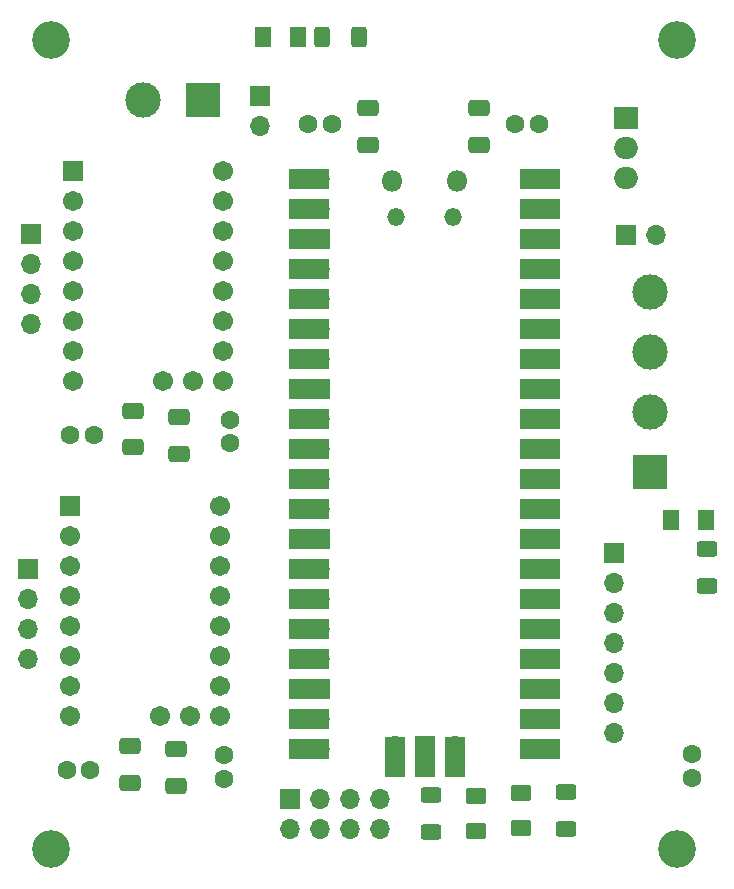
<source format=gbr>
%TF.GenerationSoftware,KiCad,Pcbnew,8.0.5-8.0.5-0~ubuntu24.04.1*%
%TF.CreationDate,2024-10-03T18:51:15+02:00*%
%TF.ProjectId,motor-driver-breakout-v2,6d6f746f-722d-4647-9269-7665722d6272,rev?*%
%TF.SameCoordinates,Original*%
%TF.FileFunction,Soldermask,Top*%
%TF.FilePolarity,Negative*%
%FSLAX46Y46*%
G04 Gerber Fmt 4.6, Leading zero omitted, Abs format (unit mm)*
G04 Created by KiCad (PCBNEW 8.0.5-8.0.5-0~ubuntu24.04.1) date 2024-10-03 18:51:15*
%MOMM*%
%LPD*%
G01*
G04 APERTURE LIST*
G04 Aperture macros list*
%AMRoundRect*
0 Rectangle with rounded corners*
0 $1 Rounding radius*
0 $2 $3 $4 $5 $6 $7 $8 $9 X,Y pos of 4 corners*
0 Add a 4 corners polygon primitive as box body*
4,1,4,$2,$3,$4,$5,$6,$7,$8,$9,$2,$3,0*
0 Add four circle primitives for the rounded corners*
1,1,$1+$1,$2,$3*
1,1,$1+$1,$4,$5*
1,1,$1+$1,$6,$7*
1,1,$1+$1,$8,$9*
0 Add four rect primitives between the rounded corners*
20,1,$1+$1,$2,$3,$4,$5,0*
20,1,$1+$1,$4,$5,$6,$7,0*
20,1,$1+$1,$6,$7,$8,$9,0*
20,1,$1+$1,$8,$9,$2,$3,0*%
G04 Aperture macros list end*
%ADD10C,3.200000*%
%ADD11R,1.700000X1.700000*%
%ADD12O,1.700000X1.700000*%
%ADD13C,1.600000*%
%ADD14C,1.712000*%
%ADD15RoundRect,0.102000X-0.754000X-0.754000X0.754000X-0.754000X0.754000X0.754000X-0.754000X0.754000X0*%
%ADD16RoundRect,0.250000X0.650000X-0.412500X0.650000X0.412500X-0.650000X0.412500X-0.650000X-0.412500X0*%
%ADD17R,2.000000X1.905000*%
%ADD18O,2.000000X1.905000*%
%ADD19RoundRect,0.250000X0.625000X-0.400000X0.625000X0.400000X-0.625000X0.400000X-0.625000X-0.400000X0*%
%ADD20RoundRect,0.250000X-0.650000X0.412500X-0.650000X-0.412500X0.650000X-0.412500X0.650000X0.412500X0*%
%ADD21RoundRect,0.250001X0.624999X-0.462499X0.624999X0.462499X-0.624999X0.462499X-0.624999X-0.462499X0*%
%ADD22RoundRect,0.250000X0.400000X0.625000X-0.400000X0.625000X-0.400000X-0.625000X0.400000X-0.625000X0*%
%ADD23R,3.000000X3.000000*%
%ADD24C,3.000000*%
%ADD25RoundRect,0.250001X0.462499X0.624999X-0.462499X0.624999X-0.462499X-0.624999X0.462499X-0.624999X0*%
%ADD26R,1.700000X3.500000*%
%ADD27R,3.500000X1.700000*%
%ADD28O,1.800000X1.800000*%
%ADD29O,1.500000X1.500000*%
G04 APERTURE END LIST*
D10*
%TO.C,H4*%
X91000000Y-98500000D03*
%TD*%
%TO.C,H3*%
X91000000Y-30000000D03*
%TD*%
%TO.C,H2*%
X38000000Y-98500000D03*
%TD*%
%TO.C,H1*%
X38000000Y-30000000D03*
%TD*%
D11*
%TO.C,J7*%
X58166000Y-94234000D03*
D12*
X58166000Y-96774000D03*
X60706000Y-94234000D03*
X60706000Y-96774000D03*
X63246000Y-94234000D03*
X63246000Y-96774000D03*
X65786000Y-94234000D03*
X65786000Y-96774000D03*
%TD*%
D13*
%TO.C,C3*%
X77248000Y-37084000D03*
X79248000Y-37084000D03*
%TD*%
D14*
%TO.C,U1*%
X47156000Y-87270272D03*
X49696000Y-87270272D03*
X39536000Y-87270272D03*
X39536000Y-84730272D03*
X39536000Y-82190272D03*
X39536000Y-79650272D03*
X39536000Y-77110272D03*
X39536000Y-74570272D03*
X39536000Y-72030272D03*
D15*
X39536000Y-69490272D03*
D14*
X52236000Y-87270272D03*
X52236000Y-84730272D03*
X52236000Y-82190272D03*
X52236000Y-79650272D03*
X52236000Y-77110272D03*
X52236000Y-74570272D03*
X52236000Y-72030272D03*
X52236000Y-69490272D03*
%TD*%
D11*
%TO.C,M1*%
X35980000Y-74824272D03*
D12*
X35980000Y-77364272D03*
X35980000Y-79904272D03*
X35980000Y-82444272D03*
%TD*%
D16*
%TO.C,C12*%
X44616000Y-92935272D03*
X44616000Y-89810272D03*
%TD*%
D13*
%TO.C,C11*%
X39298000Y-91842272D03*
X41298000Y-91842272D03*
%TD*%
D16*
%TO.C,C10*%
X48514000Y-93150772D03*
X48514000Y-90025772D03*
%TD*%
D13*
%TO.C,C9*%
X52578000Y-92572272D03*
X52578000Y-90572272D03*
%TD*%
D17*
%TO.C,U5*%
X86614000Y-36576000D03*
D18*
X86614000Y-39116000D03*
X86614000Y-41656000D03*
%TD*%
D19*
%TO.C,R7*%
X93472000Y-76226000D03*
X93472000Y-73126000D03*
%TD*%
D12*
%TO.C,J6*%
X85598000Y-88646000D03*
X85598000Y-86106000D03*
X85598000Y-83566000D03*
X85598000Y-81026000D03*
X85598000Y-78486000D03*
X85598000Y-75946000D03*
D11*
X85598000Y-73406000D03*
%TD*%
D13*
%TO.C,C7*%
X92202000Y-90456000D03*
X92202000Y-92456000D03*
%TD*%
D16*
%TO.C,C14*%
X48768000Y-65062500D03*
X48768000Y-61937500D03*
%TD*%
D14*
%TO.C,U2*%
X49994000Y-58844272D03*
X47454000Y-58844272D03*
X52534000Y-58844272D03*
X52534000Y-56304272D03*
X52534000Y-53764272D03*
X52534000Y-51224272D03*
X52534000Y-48684272D03*
X52534000Y-46144272D03*
X52534000Y-43604272D03*
X52534000Y-41064272D03*
X39834000Y-58844272D03*
X39834000Y-56304272D03*
X39834000Y-53764272D03*
X39834000Y-51224272D03*
X39834000Y-48684272D03*
X39834000Y-46144272D03*
X39834000Y-43604272D03*
D15*
X39834000Y-41064272D03*
%TD*%
D20*
%TO.C,C4*%
X74168000Y-35775500D03*
X74168000Y-38900500D03*
%TD*%
D11*
%TO.C,JP1*%
X86614000Y-46482000D03*
D12*
X89154000Y-46482000D03*
%TD*%
D11*
%TO.C,JP2*%
X55626000Y-34793000D03*
D12*
X55626000Y-37333000D03*
%TD*%
D20*
%TO.C,C6*%
X64770000Y-35775500D03*
X64770000Y-38900500D03*
%TD*%
D11*
%TO.C,M0*%
X36278000Y-46398272D03*
D12*
X36278000Y-48938272D03*
X36278000Y-51478272D03*
X36278000Y-54018272D03*
%TD*%
D13*
%TO.C,C15*%
X41596000Y-63416272D03*
X39596000Y-63416272D03*
%TD*%
D16*
%TO.C,C16*%
X44914000Y-64509272D03*
X44914000Y-61384272D03*
%TD*%
D19*
%TO.C,R1*%
X70104000Y-93954000D03*
X70104000Y-97054000D03*
%TD*%
D21*
%TO.C,D1*%
X73914000Y-94016500D03*
X73914000Y-96991500D03*
%TD*%
D22*
%TO.C,R8*%
X64034000Y-29718000D03*
X60934000Y-29718000D03*
%TD*%
D21*
%TO.C,D2*%
X77724000Y-96737500D03*
X77724000Y-93762500D03*
%TD*%
D13*
%TO.C,C13*%
X53086000Y-64146272D03*
X53086000Y-62146272D03*
%TD*%
D23*
%TO.C,J4*%
X88646000Y-66548000D03*
D24*
X88646000Y-61468000D03*
X88646000Y-56388000D03*
X88646000Y-51308000D03*
%TD*%
D25*
%TO.C,D3*%
X90460500Y-70612000D03*
X93435500Y-70612000D03*
%TD*%
D23*
%TO.C,J5*%
X50800000Y-35052000D03*
D24*
X45720000Y-35052000D03*
%TD*%
D19*
%TO.C,R2*%
X81534000Y-96800000D03*
X81534000Y-93700000D03*
%TD*%
D13*
%TO.C,C5*%
X59722000Y-37084000D03*
X61722000Y-37084000D03*
%TD*%
D26*
%TO.C,U3*%
X72136000Y-90728000D03*
D12*
X72136000Y-89828000D03*
D26*
X69596000Y-90728000D03*
D11*
X69596000Y-89828000D03*
D26*
X67056000Y-90728000D03*
D12*
X67056000Y-89828000D03*
D27*
X79386000Y-41798000D03*
D12*
X78486000Y-41798000D03*
D27*
X79386000Y-44338000D03*
D12*
X78486000Y-44338000D03*
D27*
X79386000Y-46878000D03*
D11*
X78486000Y-46878000D03*
D27*
X79386000Y-49418000D03*
D12*
X78486000Y-49418000D03*
D27*
X79386000Y-51958000D03*
D12*
X78486000Y-51958000D03*
D27*
X79386000Y-54498000D03*
D12*
X78486000Y-54498000D03*
D27*
X79386000Y-57038000D03*
D12*
X78486000Y-57038000D03*
D27*
X79386000Y-59578000D03*
D11*
X78486000Y-59578000D03*
D27*
X79386000Y-62118000D03*
D12*
X78486000Y-62118000D03*
D27*
X79386000Y-64658000D03*
D12*
X78486000Y-64658000D03*
D27*
X79386000Y-67198000D03*
D12*
X78486000Y-67198000D03*
D27*
X79386000Y-69738000D03*
D12*
X78486000Y-69738000D03*
D27*
X79386000Y-72278000D03*
D11*
X78486000Y-72278000D03*
D27*
X79386000Y-74818000D03*
D12*
X78486000Y-74818000D03*
D27*
X79386000Y-77358000D03*
D12*
X78486000Y-77358000D03*
D27*
X79386000Y-79898000D03*
D12*
X78486000Y-79898000D03*
D27*
X79386000Y-82438000D03*
D12*
X78486000Y-82438000D03*
D27*
X79386000Y-84978000D03*
D11*
X78486000Y-84978000D03*
D27*
X79386000Y-87518000D03*
D12*
X78486000Y-87518000D03*
D27*
X79386000Y-90058000D03*
D12*
X78486000Y-90058000D03*
D27*
X59806000Y-90058000D03*
D12*
X60706000Y-90058000D03*
D27*
X59806000Y-87518000D03*
D12*
X60706000Y-87518000D03*
D27*
X59806000Y-84978000D03*
D11*
X60706000Y-84978000D03*
D27*
X59806000Y-82438000D03*
D12*
X60706000Y-82438000D03*
D27*
X59806000Y-79898000D03*
D12*
X60706000Y-79898000D03*
D27*
X59806000Y-77358000D03*
D12*
X60706000Y-77358000D03*
D27*
X59806000Y-74818000D03*
D12*
X60706000Y-74818000D03*
D27*
X59806000Y-72278000D03*
D11*
X60706000Y-72278000D03*
D27*
X59806000Y-69738000D03*
D12*
X60706000Y-69738000D03*
D27*
X59806000Y-67198000D03*
D12*
X60706000Y-67198000D03*
D27*
X59806000Y-64658000D03*
D12*
X60706000Y-64658000D03*
D27*
X59806000Y-62118000D03*
D12*
X60706000Y-62118000D03*
D27*
X59806000Y-59578000D03*
D11*
X60706000Y-59578000D03*
D27*
X59806000Y-57038000D03*
D12*
X60706000Y-57038000D03*
D27*
X59806000Y-54498000D03*
D12*
X60706000Y-54498000D03*
D27*
X59806000Y-51958000D03*
D12*
X60706000Y-51958000D03*
D27*
X59806000Y-49418000D03*
D12*
X60706000Y-49418000D03*
D27*
X59806000Y-46878000D03*
D11*
X60706000Y-46878000D03*
D27*
X59806000Y-44338000D03*
D12*
X60706000Y-44338000D03*
D27*
X59806000Y-41798000D03*
D12*
X60706000Y-41798000D03*
D28*
X72321000Y-41928000D03*
D29*
X72021000Y-44958000D03*
X67171000Y-44958000D03*
D28*
X66871000Y-41928000D03*
%TD*%
D25*
%TO.C,D4*%
X58855000Y-29718000D03*
X55880000Y-29718000D03*
%TD*%
M02*

</source>
